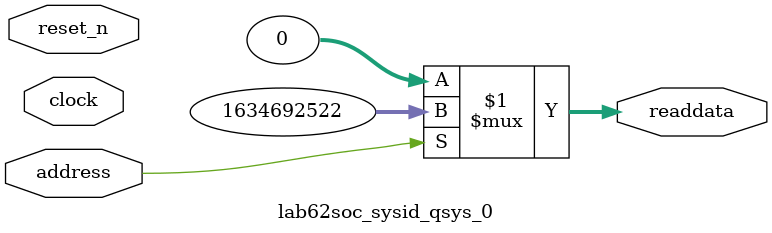
<source format=v>



// synthesis translate_off
`timescale 1ns / 1ps
// synthesis translate_on

// turn off superfluous verilog processor warnings 
// altera message_level Level1 
// altera message_off 10034 10035 10036 10037 10230 10240 10030 

module lab62soc_sysid_qsys_0 (
               // inputs:
                address,
                clock,
                reset_n,

               // outputs:
                readdata
             )
;

  output  [ 31: 0] readdata;
  input            address;
  input            clock;
  input            reset_n;

  wire    [ 31: 0] readdata;
  //control_slave, which is an e_avalon_slave
  assign readdata = address ? 1634692522 : 0;

endmodule



</source>
